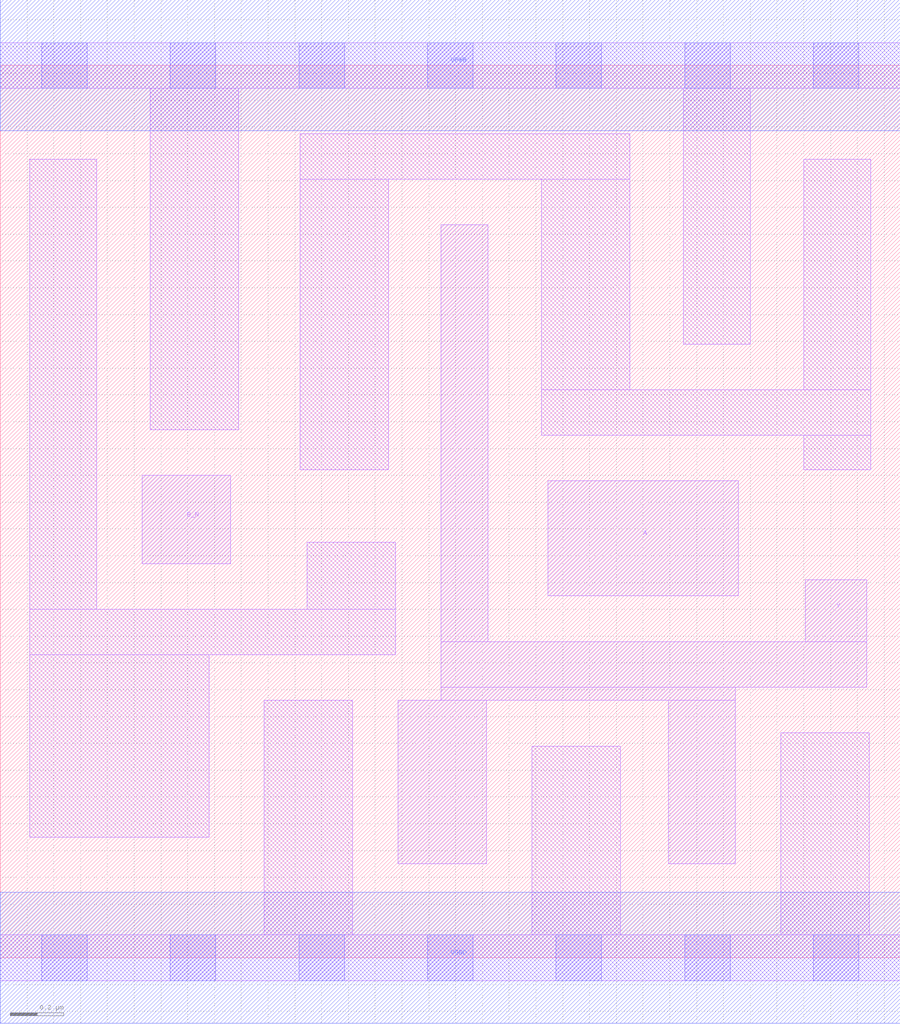
<source format=lef>
# Copyright 2020 The SkyWater PDK Authors
#
# Licensed under the Apache License, Version 2.0 (the "License");
# you may not use this file except in compliance with the License.
# You may obtain a copy of the License at
#
#     https://www.apache.org/licenses/LICENSE-2.0
#
# Unless required by applicable law or agreed to in writing, software
# distributed under the License is distributed on an "AS IS" BASIS,
# WITHOUT WARRANTIES OR CONDITIONS OF ANY KIND, either express or implied.
# See the License for the specific language governing permissions and
# limitations under the License.
#
# SPDX-License-Identifier: Apache-2.0

VERSION 5.7 ;
  NAMESCASESENSITIVE ON ;
  NOWIREEXTENSIONATPIN ON ;
  DIVIDERCHAR "/" ;
  BUSBITCHARS "[]" ;
UNITS
  DATABASE MICRONS 200 ;
END UNITS
MACRO sky130_fd_sc_ms__nor2b_2
  CLASS CORE ;
  SOURCE USER ;
  FOREIGN sky130_fd_sc_ms__nor2b_2 ;
  ORIGIN  0.000000  0.000000 ;
  SIZE  3.360000 BY  3.330000 ;
  SYMMETRY X Y ;
  SITE unit ;
  PIN A
    ANTENNAGATEAREA  0.625200 ;
    DIRECTION INPUT ;
    USE SIGNAL ;
    PORT
      LAYER li1 ;
        RECT 2.045000 1.350000 2.755000 1.780000 ;
    END
  END A
  PIN B_N
    ANTENNAGATEAREA  0.276000 ;
    DIRECTION INPUT ;
    USE SIGNAL ;
    PORT
      LAYER li1 ;
        RECT 0.530000 1.470000 0.860000 1.800000 ;
    END
  END B_N
  PIN Y
    ANTENNADIFFAREA  0.790800 ;
    DIRECTION OUTPUT ;
    USE SIGNAL ;
    PORT
      LAYER li1 ;
        RECT 1.485000 0.350000 1.815000 0.960000 ;
        RECT 1.645000 0.960000 2.745000 1.010000 ;
        RECT 1.645000 1.010000 3.235000 1.180000 ;
        RECT 1.645000 1.180000 1.820000 2.735000 ;
        RECT 2.495000 0.350000 2.745000 0.960000 ;
        RECT 3.005000 1.180000 3.235000 1.410000 ;
    END
  END Y
  PIN VGND
    DIRECTION INOUT ;
    USE GROUND ;
    PORT
      LAYER met1 ;
        RECT 0.000000 -0.245000 3.360000 0.245000 ;
    END
  END VGND
  PIN VPWR
    DIRECTION INOUT ;
    USE POWER ;
    PORT
      LAYER met1 ;
        RECT 0.000000 3.085000 3.360000 3.575000 ;
    END
  END VPWR
  OBS
    LAYER li1 ;
      RECT 0.000000 -0.085000 3.360000 0.085000 ;
      RECT 0.000000  3.245000 3.360000 3.415000 ;
      RECT 0.110000  0.450000 0.780000 1.130000 ;
      RECT 0.110000  1.130000 1.475000 1.300000 ;
      RECT 0.110000  1.300000 0.360000 2.980000 ;
      RECT 0.560000  1.970000 0.890000 3.245000 ;
      RECT 0.985000  0.085000 1.315000 0.960000 ;
      RECT 1.120000  1.820000 1.450000 2.905000 ;
      RECT 1.120000  2.905000 2.350000 3.075000 ;
      RECT 1.145000  1.300000 1.475000 1.550000 ;
      RECT 1.985000  0.085000 2.315000 0.790000 ;
      RECT 2.020000  1.950000 3.250000 2.120000 ;
      RECT 2.020000  2.120000 2.350000 2.905000 ;
      RECT 2.550000  2.290000 2.800000 3.245000 ;
      RECT 2.915000  0.085000 3.245000 0.840000 ;
      RECT 3.000000  1.820000 3.250000 1.950000 ;
      RECT 3.000000  2.120000 3.250000 2.980000 ;
    LAYER mcon ;
      RECT 0.155000 -0.085000 0.325000 0.085000 ;
      RECT 0.155000  3.245000 0.325000 3.415000 ;
      RECT 0.635000 -0.085000 0.805000 0.085000 ;
      RECT 0.635000  3.245000 0.805000 3.415000 ;
      RECT 1.115000 -0.085000 1.285000 0.085000 ;
      RECT 1.115000  3.245000 1.285000 3.415000 ;
      RECT 1.595000 -0.085000 1.765000 0.085000 ;
      RECT 1.595000  3.245000 1.765000 3.415000 ;
      RECT 2.075000 -0.085000 2.245000 0.085000 ;
      RECT 2.075000  3.245000 2.245000 3.415000 ;
      RECT 2.555000 -0.085000 2.725000 0.085000 ;
      RECT 2.555000  3.245000 2.725000 3.415000 ;
      RECT 3.035000 -0.085000 3.205000 0.085000 ;
      RECT 3.035000  3.245000 3.205000 3.415000 ;
  END
END sky130_fd_sc_ms__nor2b_2

</source>
